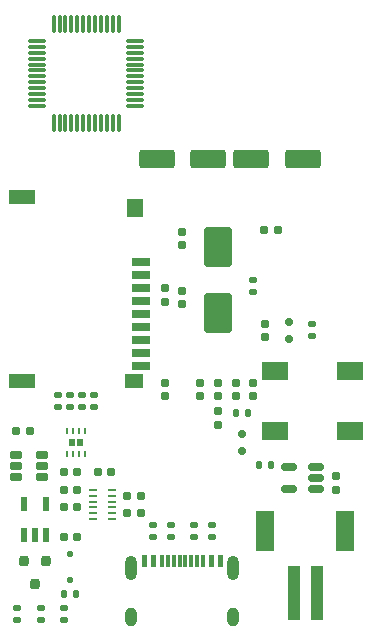
<source format=gbp>
%TF.GenerationSoftware,KiCad,Pcbnew,9.0.5*%
%TF.CreationDate,2025-10-29T14:00:37-04:00*%
%TF.ProjectId,MY-MP3,4d592d4d-5033-42e6-9b69-6361645f7063,rev?*%
%TF.SameCoordinates,Original*%
%TF.FileFunction,Paste,Bot*%
%TF.FilePolarity,Positive*%
%FSLAX46Y46*%
G04 Gerber Fmt 4.6, Leading zero omitted, Abs format (unit mm)*
G04 Created by KiCad (PCBNEW 9.0.5) date 2025-10-29 14:00:37*
%MOMM*%
%LPD*%
G01*
G04 APERTURE LIST*
G04 Aperture macros list*
%AMRoundRect*
0 Rectangle with rounded corners*
0 $1 Rounding radius*
0 $2 $3 $4 $5 $6 $7 $8 $9 X,Y pos of 4 corners*
0 Add a 4 corners polygon primitive as box body*
4,1,4,$2,$3,$4,$5,$6,$7,$8,$9,$2,$3,0*
0 Add four circle primitives for the rounded corners*
1,1,$1+$1,$2,$3*
1,1,$1+$1,$4,$5*
1,1,$1+$1,$6,$7*
1,1,$1+$1,$8,$9*
0 Add four rect primitives between the rounded corners*
20,1,$1+$1,$2,$3,$4,$5,0*
20,1,$1+$1,$4,$5,$6,$7,0*
20,1,$1+$1,$6,$7,$8,$9,0*
20,1,$1+$1,$8,$9,$2,$3,0*%
G04 Aperture macros list end*
%ADD10C,0.000000*%
%ADD11RoundRect,0.162500X0.367500X0.162500X-0.367500X0.162500X-0.367500X-0.162500X0.367500X-0.162500X0*%
%ADD12RoundRect,0.155000X0.155000X-0.212500X0.155000X0.212500X-0.155000X0.212500X-0.155000X-0.212500X0*%
%ADD13RoundRect,0.155000X-0.155000X0.212500X-0.155000X-0.212500X0.155000X-0.212500X0.155000X0.212500X0*%
%ADD14RoundRect,0.135000X-0.185000X0.135000X-0.185000X-0.135000X0.185000X-0.135000X0.185000X0.135000X0*%
%ADD15RoundRect,0.135000X0.135000X0.185000X-0.135000X0.185000X-0.135000X-0.185000X0.135000X-0.185000X0*%
%ADD16RoundRect,0.135000X0.185000X-0.135000X0.185000X0.135000X-0.185000X0.135000X-0.185000X-0.135000X0*%
%ADD17RoundRect,0.155000X-0.212500X-0.155000X0.212500X-0.155000X0.212500X0.155000X-0.212500X0.155000X0*%
%ADD18RoundRect,0.125000X-0.125000X0.125000X-0.125000X-0.125000X0.125000X-0.125000X0.125000X0.125000X0*%
%ADD19RoundRect,0.250001X-0.949999X1.412499X-0.949999X-1.412499X0.949999X-1.412499X0.949999X1.412499X0*%
%ADD20R,1.000000X4.600000*%
%ADD21R,1.600000X3.400000*%
%ADD22RoundRect,0.135000X-0.135000X-0.185000X0.135000X-0.185000X0.135000X0.185000X-0.135000X0.185000X0*%
%ADD23RoundRect,0.250000X-1.250000X-0.550000X1.250000X-0.550000X1.250000X0.550000X-1.250000X0.550000X0*%
%ADD24R,2.300000X1.600000*%
%ADD25RoundRect,0.155000X0.212500X0.155000X-0.212500X0.155000X-0.212500X-0.155000X0.212500X-0.155000X0*%
%ADD26R,0.700000X0.250000*%
%ADD27RoundRect,0.150000X0.200000X-0.150000X0.200000X0.150000X-0.200000X0.150000X-0.200000X-0.150000X0*%
%ADD28R,0.550000X1.200000*%
%ADD29R,1.600000X0.700000*%
%ADD30R,1.600000X1.200000*%
%ADD31R,2.200000X1.200000*%
%ADD32R,1.400000X1.600000*%
%ADD33R,0.300000X1.000000*%
%ADD34O,1.000000X1.600000*%
%ADD35O,1.000000X2.100000*%
%ADD36RoundRect,0.075000X0.075000X-0.662500X0.075000X0.662500X-0.075000X0.662500X-0.075000X-0.662500X0*%
%ADD37RoundRect,0.075000X0.662500X-0.075000X0.662500X0.075000X-0.662500X0.075000X-0.662500X-0.075000X0*%
%ADD38RoundRect,0.150000X-0.200000X0.150000X-0.200000X-0.150000X0.200000X-0.150000X0.200000X0.150000X0*%
%ADD39RoundRect,0.200000X-0.200000X0.250000X-0.200000X-0.250000X0.200000X-0.250000X0.200000X0.250000X0*%
%ADD40RoundRect,0.250000X1.250000X0.550000X-1.250000X0.550000X-1.250000X-0.550000X1.250000X-0.550000X0*%
%ADD41RoundRect,0.150000X0.512500X0.150000X-0.512500X0.150000X-0.512500X-0.150000X0.512500X-0.150000X0*%
%ADD42R,0.270000X0.630000*%
G04 APERTURE END LIST*
D10*
%TO.C,J2*%
G36*
X142725000Y-122040000D02*
G01*
X142325000Y-122040000D01*
X142325000Y-121040000D01*
X142725000Y-121040000D01*
X142725000Y-122040000D01*
G37*
G36*
X143500000Y-122040000D02*
G01*
X143100000Y-122040000D01*
X143100000Y-121040000D01*
X143500000Y-121040000D01*
X143500000Y-122040000D01*
G37*
G36*
X148400000Y-122040000D02*
G01*
X148000000Y-122040000D01*
X148000000Y-121040000D01*
X148400000Y-121040000D01*
X148400000Y-122040000D01*
G37*
G36*
X149175000Y-122040000D02*
G01*
X148775000Y-122040000D01*
X148775000Y-121040000D01*
X149175000Y-121040000D01*
X149175000Y-122040000D01*
G37*
%TO.C,U4*%
G36*
X136660000Y-111820000D02*
G01*
X136160000Y-111820000D01*
X136160000Y-111180000D01*
X136660000Y-111180000D01*
X136660000Y-111820000D01*
G37*
G36*
X137340000Y-111820000D02*
G01*
X136840000Y-111820000D01*
X136840000Y-111180000D01*
X137340000Y-111180000D01*
X137340000Y-111820000D01*
G37*
%TD*%
D11*
%TO.C,U7*%
X133850000Y-112550000D03*
X133850000Y-113500000D03*
X133850000Y-114450000D03*
X131650000Y-114450000D03*
X131650000Y-113500000D03*
X131650000Y-112550000D03*
%TD*%
D12*
%TO.C,C14*%
X158750000Y-115500000D03*
X158750000Y-114365000D03*
%TD*%
D13*
%TO.C,C11*%
X145750000Y-93670000D03*
X145750000Y-94805000D03*
%TD*%
D14*
%TO.C,R16*%
X135750000Y-125490000D03*
X135750000Y-126510000D03*
%TD*%
D15*
%TO.C,R3*%
X151260000Y-109000000D03*
X150240000Y-109000000D03*
%TD*%
D16*
%TO.C,R23*%
X137250000Y-108510000D03*
X137250000Y-107490000D03*
%TD*%
D12*
%TO.C,C21*%
X144250000Y-99567500D03*
X144250000Y-98432500D03*
%TD*%
D14*
%TO.C,R14*%
X143250000Y-118490000D03*
X143250000Y-119510000D03*
%TD*%
D17*
%TO.C,C26*%
X135682500Y-115500000D03*
X136817500Y-115500000D03*
%TD*%
%TO.C,C17*%
X152682500Y-93510000D03*
X153817500Y-93510000D03*
%TD*%
D14*
%TO.C,R15*%
X148250000Y-118490000D03*
X148250000Y-119510000D03*
%TD*%
D17*
%TO.C,C2*%
X135682500Y-119500000D03*
X136817500Y-119500000D03*
%TD*%
D18*
%TO.C,D1*%
X136250000Y-120900000D03*
X136250000Y-123100000D03*
%TD*%
D13*
%TO.C,C22*%
X148750000Y-106442500D03*
X148750000Y-107577500D03*
%TD*%
D19*
%TO.C,Y2*%
X148750000Y-94975000D03*
X148750000Y-100500000D03*
%TD*%
D13*
%TO.C,C13*%
X145750000Y-98670000D03*
X145750000Y-99805000D03*
%TD*%
D20*
%TO.C,J3*%
X157150000Y-124200000D03*
X155150000Y-124200000D03*
D21*
X159550000Y-119000000D03*
X152750000Y-119000000D03*
%TD*%
D14*
%TO.C,R21*%
X156750000Y-101490000D03*
X156750000Y-102510000D03*
%TD*%
D22*
%TO.C,R19*%
X152240000Y-113432500D03*
X153260000Y-113432500D03*
%TD*%
D13*
%TO.C,C16*%
X150250000Y-106442500D03*
X150250000Y-107577500D03*
%TD*%
D17*
%TO.C,C28*%
X141082500Y-117500000D03*
X142217500Y-117500000D03*
%TD*%
D12*
%TO.C,C15*%
X152750000Y-102567500D03*
X152750000Y-101432500D03*
%TD*%
D13*
%TO.C,C23*%
X147250000Y-106442500D03*
X147250000Y-107577500D03*
%TD*%
D17*
%TO.C,C29*%
X141082500Y-116000000D03*
X142217500Y-116000000D03*
%TD*%
D23*
%TO.C,C9*%
X151550000Y-87500000D03*
X155950000Y-87500000D03*
%TD*%
D24*
%TO.C,SW1*%
X159900000Y-105450000D03*
X153600000Y-105450000D03*
%TD*%
D17*
%TO.C,C27*%
X135682500Y-114000000D03*
X136817500Y-114000000D03*
%TD*%
D25*
%TO.C,C30*%
X139717500Y-114000000D03*
X138582500Y-114000000D03*
%TD*%
D26*
%TO.C,U5*%
X139750000Y-115500000D03*
X139750000Y-116000000D03*
X139750000Y-116500000D03*
X139750000Y-117000000D03*
X139750000Y-117500000D03*
X139750000Y-118000000D03*
X138150000Y-118000000D03*
X138150000Y-117500000D03*
X138150000Y-117000000D03*
X138150000Y-116500000D03*
X138150000Y-116000000D03*
X138150000Y-115500000D03*
%TD*%
D16*
%TO.C,R22*%
X138250000Y-108510000D03*
X138250000Y-107490000D03*
%TD*%
%TO.C,R11*%
X151750000Y-98747500D03*
X151750000Y-97727500D03*
%TD*%
D15*
%TO.C,R18*%
X136761216Y-124315021D03*
X135741216Y-124315021D03*
%TD*%
D12*
%TO.C,C1*%
X151750000Y-107577500D03*
X151750000Y-106442500D03*
%TD*%
D13*
%TO.C,C20*%
X144250000Y-106442500D03*
X144250000Y-107577500D03*
%TD*%
D27*
%TO.C,D2*%
X150750000Y-110800000D03*
X150750000Y-112200000D03*
%TD*%
D16*
%TO.C,R20*%
X133750000Y-126510000D03*
X133750000Y-125490000D03*
%TD*%
D17*
%TO.C,C3*%
X131682500Y-110500000D03*
X132817500Y-110500000D03*
%TD*%
D28*
%TO.C,U3*%
X134200000Y-119300100D03*
X133250000Y-119300100D03*
X132300000Y-119300100D03*
X132300000Y-116699900D03*
X134200000Y-116699900D03*
%TD*%
D16*
%TO.C,R12*%
X144750000Y-119510000D03*
X144750000Y-118490000D03*
%TD*%
D29*
%TO.C,J1*%
X142250000Y-96250000D03*
X142250000Y-97350000D03*
X142250000Y-98450000D03*
X142250000Y-99550000D03*
X142250000Y-100650000D03*
X142250000Y-101750000D03*
X142250000Y-102850000D03*
X142250000Y-103950000D03*
X142250000Y-105050000D03*
D30*
X141650000Y-106250000D03*
D31*
X132150000Y-106250000D03*
X132150000Y-90750000D03*
D32*
X141750000Y-91650000D03*
%TD*%
D33*
%TO.C,J2*%
X147000000Y-121540000D03*
X146000000Y-121540000D03*
X145500000Y-121540000D03*
X144500000Y-121540000D03*
X144000000Y-121540000D03*
X145000000Y-121540000D03*
X146500000Y-121540000D03*
X147500000Y-121540000D03*
D34*
X150068000Y-126295000D03*
D35*
X150068000Y-122115000D03*
X141432000Y-122115000D03*
D34*
X141432000Y-126295000D03*
%TD*%
D16*
%TO.C,R13*%
X146750000Y-119510000D03*
X146750000Y-118490000D03*
%TD*%
D36*
%TO.C,U2*%
X140337500Y-84412500D03*
X139837500Y-84412500D03*
X139337500Y-84412500D03*
X138837500Y-84412500D03*
X138337500Y-84412500D03*
X137837500Y-84412500D03*
X137337500Y-84412500D03*
X136837500Y-84412500D03*
X136337500Y-84412500D03*
X135837500Y-84412500D03*
X135337500Y-84412500D03*
X134837500Y-84412500D03*
D37*
X133425000Y-83000000D03*
X133425000Y-82500000D03*
X133425000Y-82000000D03*
X133425000Y-81500000D03*
X133425000Y-81000000D03*
X133425000Y-80500000D03*
X133425000Y-80000000D03*
X133425000Y-79500000D03*
X133425000Y-79000000D03*
X133425000Y-78500000D03*
X133425000Y-78000000D03*
X133425000Y-77500000D03*
D36*
X134837500Y-76087500D03*
X135337500Y-76087500D03*
X135837500Y-76087500D03*
X136337500Y-76087500D03*
X136837500Y-76087500D03*
X137337500Y-76087500D03*
X137837500Y-76087500D03*
X138337500Y-76087500D03*
X138837500Y-76087500D03*
X139337500Y-76087500D03*
X139837500Y-76087500D03*
X140337500Y-76087500D03*
D37*
X141750000Y-77500000D03*
X141750000Y-78000000D03*
X141750000Y-78500000D03*
X141750000Y-79000000D03*
X141750000Y-79500000D03*
X141750000Y-80000000D03*
X141750000Y-80500000D03*
X141750000Y-81000000D03*
X141750000Y-81500000D03*
X141750000Y-82000000D03*
X141750000Y-82500000D03*
X141750000Y-83000000D03*
%TD*%
D16*
%TO.C,R25*%
X131750000Y-126510000D03*
X131750000Y-125490000D03*
%TD*%
D12*
%TO.C,C24*%
X148750000Y-110000000D03*
X148750000Y-108865000D03*
%TD*%
D24*
%TO.C,SW2*%
X159900000Y-110500000D03*
X153600000Y-110500000D03*
%TD*%
D38*
%TO.C,D3*%
X154750000Y-102700000D03*
X154750000Y-101300000D03*
%TD*%
D39*
%TO.C,Q1*%
X132300000Y-121500000D03*
X134200000Y-121500000D03*
X133250000Y-123500000D03*
%TD*%
D14*
%TO.C,R2*%
X136250000Y-107490000D03*
X136250000Y-108510000D03*
%TD*%
D40*
%TO.C,C10*%
X147950000Y-87500000D03*
X143550000Y-87500000D03*
%TD*%
D16*
%TO.C,R1*%
X135250000Y-108510000D03*
X135250000Y-107490000D03*
%TD*%
D17*
%TO.C,C25*%
X135682500Y-117000000D03*
X136817500Y-117000000D03*
%TD*%
D41*
%TO.C,U6*%
X157025000Y-113532500D03*
X157025000Y-114482500D03*
X157025000Y-115432500D03*
X154750000Y-115432500D03*
X154750000Y-113532500D03*
%TD*%
D42*
%TO.C,U4*%
X137500000Y-112490000D03*
X137000000Y-112490000D03*
X136500000Y-112490000D03*
X136000000Y-112490000D03*
X136000000Y-110510000D03*
X136500000Y-110510000D03*
X137000000Y-110510000D03*
X137500000Y-110510000D03*
%TD*%
M02*

</source>
